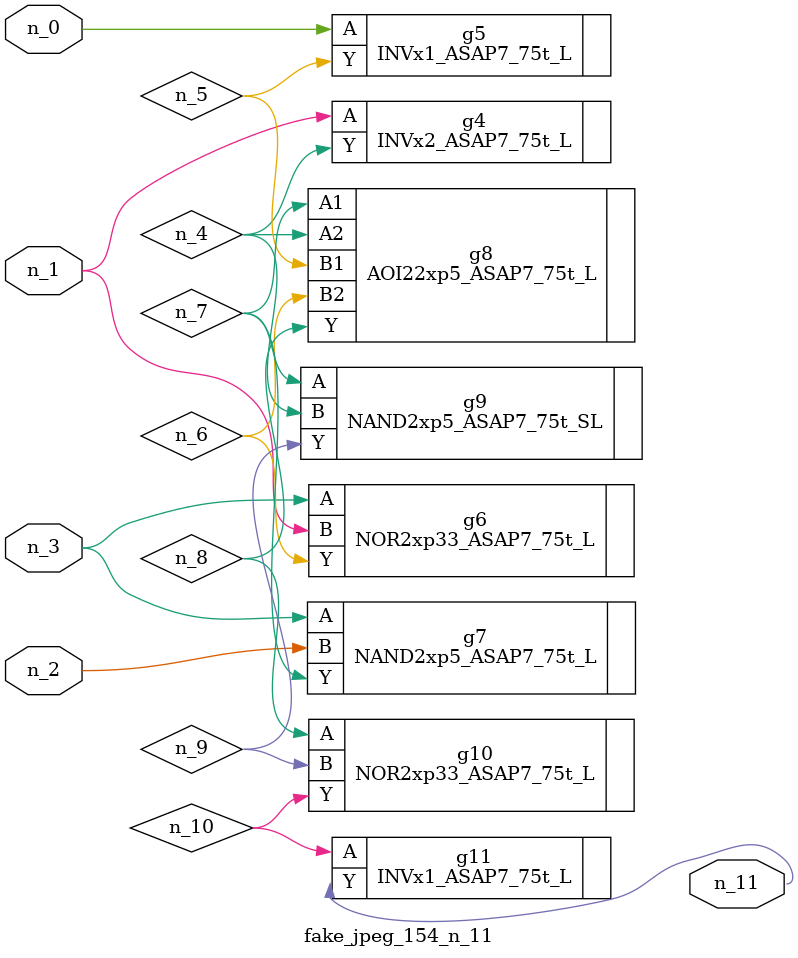
<source format=v>
module fake_jpeg_154_n_11 (n_0, n_3, n_2, n_1, n_11);

input n_0;
input n_3;
input n_2;
input n_1;

output n_11;

wire n_10;
wire n_4;
wire n_8;
wire n_9;
wire n_6;
wire n_5;
wire n_7;

INVx2_ASAP7_75t_L g4 ( 
.A(n_1),
.Y(n_4)
);

INVx1_ASAP7_75t_L g5 ( 
.A(n_0),
.Y(n_5)
);

NOR2xp33_ASAP7_75t_L g6 ( 
.A(n_3),
.B(n_1),
.Y(n_6)
);

NAND2xp5_ASAP7_75t_L g7 ( 
.A(n_3),
.B(n_2),
.Y(n_7)
);

AOI22xp5_ASAP7_75t_L g8 ( 
.A1(n_7),
.A2(n_4),
.B1(n_5),
.B2(n_6),
.Y(n_8)
);

NOR2xp33_ASAP7_75t_L g10 ( 
.A(n_8),
.B(n_9),
.Y(n_10)
);

NAND2xp5_ASAP7_75t_SL g9 ( 
.A(n_7),
.B(n_4),
.Y(n_9)
);

INVx1_ASAP7_75t_L g11 ( 
.A(n_10),
.Y(n_11)
);


endmodule
</source>
